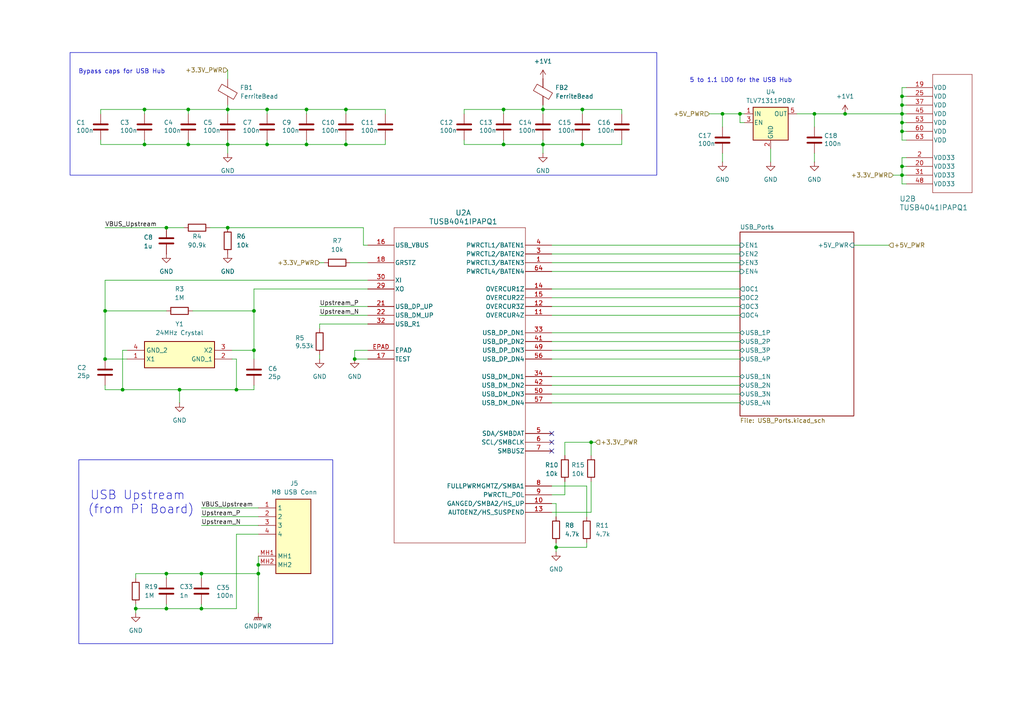
<source format=kicad_sch>
(kicad_sch (version 20231120) (generator "eeschema") (generator_version "8.0")
  (paper "A4")
  (lib_symbols
    (symbol "3-2172091-2:3-2172091-2"
      (property "Reference" "J" (at 21.59 12.7 0))
      (property "Value" "3-2172091-2" (at 21.59 10.16 0))
      (symbol "3-2172091-2_1_1"
        (rectangle (start 5.08 7.62) (end 15.24 -13.97) (stroke (width 0.254)) (fill (type background)))
        (pin passive line (at 0 5.08 0) (length 5.08) (name "1") (number "1"))
        (pin passive line (at 0 2.54 0) (length 5.08) (name "2") (number "2"))
        (pin passive line (at 0 0 0) (length 5.08) (name "3") (number "3"))
        (pin passive line (at 0 -2.54 0) (length 5.08) (name "4") (number "4"))
        (pin passive line (at 0 -8.89 0) (length 5.08) (name "MH1") (number "MH1"))
        (pin passive line (at 0 -11.43 0) (length 5.08) (name "MH2") (number "MH2"))
      )
    )
    (symbol "ABM8AIG-24.000MHZ-12-2Z-T3:ABM8AIG-24.000MHZ-12-2Z-T3"
      (property "Reference" "Y" (at 26.67 7.62 0))
      (property "Value" "ABM8AIG-24.000MHZ-12-2Z-T3" (at 26.67 5.08 0))
      (symbol "ABM8AIG-24.000MHZ-12-2Z-T3_1_1"
        (rectangle (start 5.08 2.54) (end 25.4 -5.08) (stroke (width 0.254)) (fill (type background)))
        (pin passive line (at 0 -2.54 0) (length 5.08) (name "X1") (number "1"))
        (pin passive line (at 30.48 -2.54 180) (length 5.08) (name "GND_1") (number "2"))
        (pin passive line (at 30.48 0 180) (length 5.08) (name "X2") (number "3"))
        (pin passive line (at 0 0 0) (length 5.08) (name "GND_2") (number "4"))
      )
    )
    (symbol "Device:C" (pin_numbers hide) (pin_names (offset 0.254))
      (property "Reference" "C" (at 0.635 2.54 0))
      (property "Value" "C" (at 0.635 -2.54 0))
      (symbol "C_0_1"
        (polyline (pts (xy -2.032 -0.762) (xy 2.032 -0.762)) (stroke (width 0.508)))
        (polyline (pts (xy -2.032 0.762) (xy 2.032 0.762)) (stroke (width 0.508)))
      )
      (symbol "C_1_1"
        (pin passive line (at 0 3.81 270) (length 2.794) (name "~") (number "1"))
        (pin passive line (at 0 -3.81 90) (length 2.794) (name "~") (number "2"))
      )
    )
    (symbol "Device:FerriteBead" (pin_numbers hide) (pin_names (offset 0))
      (property "Reference" "FB" (at -3.81 0.635 90))
      (property "Value" "FerriteBead" (at 3.81 0 90))
      (symbol "FerriteBead_0_1"
        (polyline (pts (xy 0 -1.27) (xy 0 -1.2192)))
        (polyline (pts (xy 0 1.27) (xy 0 1.2954)))
        (polyline (pts (xy -2.7686 0.4064) (xy -1.7018 2.2606) (xy 2.7686 -0.3048) (xy 1.6764 -2.159) (xy -2.7686 0.4064)))
      )
      (symbol "FerriteBead_1_1"
        (pin passive line (at 0 3.81 270) (length 2.54) (name "~") (number "1"))
        (pin passive line (at 0 -3.81 90) (length 2.54) (name "~") (number "2"))
      )
    )
    (symbol "Device:R" (pin_numbers hide) (pin_names (offset 0))
      (property "Reference" "R" (at 2.032 0 90))
      (property "Value" "R" (at 0 0 90))
      (symbol "R_0_1"
        (rectangle (start -1.016 -2.54) (end 1.016 2.54) (stroke (width 0.254)))
      )
      (symbol "R_1_1"
        (pin passive line (at 0 3.81 270) (length 1.27) (name "~") (number "1"))
        (pin passive line (at 0 -3.81 90) (length 1.27) (name "~") (number "2"))
      )
    )
    (symbol "GND_3" (power) (pin_numbers hide) (pin_names (offset 0) hide)
      (property "Value" "GND" (at 0 -3.81 0))
      (symbol "GND_3_0_1"
        (polyline (pts (xy 0 0) (xy 0 -1.27) (xy 1.27 -1.27) (xy 0 -2.54) (xy -1.27 -1.27) (xy 0 -1.27)))
      )
      (symbol "GND_3_1_1"
        (pin power_in line (at 0 0 270) (length 0) (name "~") (number "1"))
      )
    )
    (symbol "GND_4" (power) (pin_numbers hide) (pin_names (offset 0) hide)
      (property "Value" "GND" (at 0 -3.81 0))
      (symbol "GND_4_0_1"
        (polyline (pts (xy 0 0) (xy 0 -1.27) (xy 1.27 -1.27) (xy 0 -2.54) (xy -1.27 -1.27) (xy 0 -1.27)))
      )
      (symbol "GND_4_1_1"
        (pin power_in line (at 0 0 270) (length 0) (name "~") (number "1"))
      )
    )
    (symbol "Regulator_Linear:TLV71311PDBV" (pin_names (offset 0.254))
      (property "Reference" "U" (at -3.81 5.715 0))
      (property "Value" "TLV71311PDBV" (at 0 5.715 0))
      (symbol "TLV71311PDBV_0_1"
        (rectangle (start -5.08 4.445) (end 5.08 -5.08) (stroke (width 0.254)) (fill (type background)))
      )
      (symbol "TLV71311PDBV_1_1"
        (pin power_in line (at -7.62 2.54 0) (length 2.54) (name "IN") (number "1"))
        (pin power_in line (at 0 -7.62 90) (length 2.54) (name "GND") (number "2"))
        (pin input line (at -7.62 0 0) (length 2.54) (name "EN") (number "3"))
        (pin no_connect line (at 5.08 0 180) (length 2.54) hide (name "NC") (number "4"))
        (pin power_out line (at 7.62 2.54 180) (length 2.54) (name "OUT") (number "5"))
      )
    )
    (symbol "TUSB4041I-Q1:TUSB4041IPAPQ1" (pin_names (offset 0.254))
      (property "Reference" "U" (at 13.97 9.906 0))
      (property "Value" "TUSB4041IPAPQ1" (at 13.97 7.366 0))
      (symbol "TUSB4041IPAPQ1_1_1"
        (polyline (pts (xy 7.62 -83.82) (xy 45.72 -83.82)) (stroke (width 0.127)))
        (polyline (pts (xy 7.62 7.62) (xy 7.62 -83.82)) (stroke (width 0.127)))
        (polyline (pts (xy 45.72 -83.82) (xy 45.72 7.62)) (stroke (width 0.127)))
        (polyline (pts (xy 45.72 7.62) (xy 7.62 7.62)) (stroke (width 0.127)))
        (pin bidirectional line (at 53.34 -2.54 180) (length 7.62) (name "PWRCTL3/BATEN3") (number "1"))
        (pin bidirectional line (at 53.34 -72.39 180) (length 7.62) (name "GANGED/SMBA2/HS_UP") (number "10"))
        (pin bidirectional line (at 53.34 -17.78 180) (length 7.62) (name "OVERCUR4Z") (number "11"))
        (pin bidirectional line (at 53.34 -15.24 180) (length 7.62) (name "OVERCUR3Z") (number "12"))
        (pin bidirectional line (at 53.34 -74.93 180) (length 7.62) (name "AUTOENZ/HS_SUSPEND") (number "13"))
        (pin bidirectional line (at 53.34 -10.16 180) (length 7.62) (name "OVERCUR1Z") (number "14"))
        (pin bidirectional line (at 53.34 -12.7 180) (length 7.62) (name "OVERCUR2Z") (number "15"))
        (pin input line (at 0 2.54 0) (length 7.62) (name "USB_VBUS") (number "16"))
        (pin input line (at 0 -30.48 0) (length 7.62) (name "TEST") (number "17"))
        (pin input line (at 0 -2.54 0) (length 7.62) (name "GRSTZ") (number "18"))
        (pin bidirectional line (at 0 -15.24 0) (length 7.62) (name "USB_DP_UP") (number "21"))
        (pin bidirectional line (at 0 -17.78 0) (length 7.62) (name "USB_DM_UP") (number "22"))
        (pin no_connect line (at 0 -33.02 0) (length 7.62) hide (name "RSVD") (number "23"))
        (pin no_connect line (at 0 -35.56 0) (length 7.62) hide (name "RSVD") (number "24"))
        (pin no_connect line (at 0 -38.1 0) (length 7.62) hide (name "RSVD") (number "26"))
        (pin no_connect line (at 0 -40.64 0) (length 7.62) hide (name "RSVD") (number "27"))
        (pin output line (at 0 -10.16 0) (length 7.62) (name "XO") (number "29"))
        (pin bidirectional line (at 53.34 0 180) (length 7.62) (name "PWRCTL2/BATEN2") (number "3"))
        (pin input line (at 0 -7.62 0) (length 7.62) (name "XI") (number "30"))
        (pin input line (at 0 -20.32 0) (length 7.62) (name "USB_R1") (number "32"))
        (pin bidirectional line (at 53.34 -22.86 180) (length 7.62) (name "USB_DP_DN1") (number "33"))
        (pin bidirectional line (at 53.34 -35.56 180) (length 7.62) (name "USB_DM_DN1") (number "34"))
        (pin no_connect line (at 0 -43.18 0) (length 7.62) hide (name "RSVD") (number "35"))
        (pin no_connect line (at 0 -45.72 0) (length 7.62) hide (name "RSVD") (number "36"))
        (pin no_connect line (at 0 -48.26 0) (length 7.62) hide (name "RSVD") (number "38"))
        (pin no_connect line (at 0 -50.8 0) (length 7.62) hide (name "RSVD") (number "39"))
        (pin bidirectional line (at 53.34 2.54 180) (length 7.62) (name "PWRCTL1/BATEN1") (number "4"))
        (pin bidirectional line (at 53.34 -25.4 180) (length 7.62) (name "USB_DP_DN2") (number "41"))
        (pin bidirectional line (at 53.34 -38.1 180) (length 7.62) (name "USB_DM_DN2") (number "42"))
        (pin no_connect line (at 0 -53.34 0) (length 7.62) hide (name "RSVD") (number "43"))
        (pin no_connect line (at 0 -55.88 0) (length 7.62) hide (name "RSVD") (number "44"))
        (pin no_connect line (at 0 -58.42 0) (length 7.62) hide (name "RSVD") (number "46"))
        (pin no_connect line (at 0 -60.96 0) (length 7.62) hide (name "RSVD") (number "47"))
        (pin bidirectional line (at 53.34 -27.94 180) (length 7.62) (name "USB_DP_DN3") (number "49"))
        (pin bidirectional line (at 53.34 -52.07 180) (length 7.62) (name "SDA/SMBDAT") (number "5"))
        (pin bidirectional line (at 53.34 -40.64 180) (length 7.62) (name "USB_DM_DN3") (number "50"))
        (pin no_connect line (at 0 -63.5 0) (length 7.62) hide (name "RSVD") (number "51"))
        (pin no_connect line (at 0 -66.04 0) (length 7.62) hide (name "RSVD") (number "52"))
        (pin no_connect line (at 0 -68.58 0) (length 7.62) hide (name "RSVD") (number "54"))
        (pin no_connect line (at 0 -71.12 0) (length 7.62) hide (name "RSVD") (number "55"))
        (pin bidirectional line (at 53.34 -30.48 180) (length 7.62) (name "USB_DP_DN4") (number "56"))
        (pin bidirectional line (at 53.34 -43.18 180) (length 7.62) (name "USB_DM_DN4") (number "57"))
        (pin no_connect line (at 0 -73.66 0) (length 7.62) hide (name "RSVD") (number "58"))
        (pin no_connect line (at 0 -76.2 0) (length 7.62) hide (name "RSVD") (number "59"))
        (pin bidirectional line (at 53.34 -54.61 180) (length 7.62) (name "SCL/SMBCLK") (number "6"))
        (pin no_connect line (at 0 -78.74 0) (length 7.62) hide (name "RSVD") (number "61"))
        (pin no_connect line (at 0 -81.28 0) (length 7.62) hide (name "RSVD") (number "62"))
        (pin bidirectional line (at 53.34 -5.08 180) (length 7.62) (name "PWRCTL4/BATEN4") (number "64"))
        (pin bidirectional line (at 53.34 -57.15 180) (length 7.62) (name "SMBUSZ") (number "7"))
        (pin bidirectional line (at 53.34 -67.31 180) (length 7.62) (name "FULLPWRMGMTZ/SMBA1") (number "8"))
        (pin bidirectional line (at 53.34 -69.85 180) (length 7.62) (name "PWRCTL_POL") (number "9"))
        (pin power_in line (at 0 -27.94 0) (length 7.62) (name "EPAD") (number "EPAD"))
      )
      (symbol "TUSB4041IPAPQ1_2_1"
        (polyline (pts (xy 7.62 -35.56) (xy 19.05 -35.56)) (stroke (width 0.127)))
        (polyline (pts (xy 7.62 -1.27) (xy 7.62 -35.56)) (stroke (width 0.127)))
        (polyline (pts (xy 19.05 -35.56) (xy 19.05 -1.27)) (stroke (width 0.127)))
        (polyline (pts (xy 19.05 -1.27) (xy 7.62 -1.27)) (stroke (width 0.127)))
        (pin power_in line (at 0 -5.08 0) (length 7.62) (name "VDD") (number "19"))
        (pin power_in line (at 0 -25.4 0) (length 7.62) (name "VDD33") (number "2"))
        (pin power_in line (at 0 -27.94 0) (length 7.62) (name "VDD33") (number "20"))
        (pin power_in line (at 0 -7.62 0) (length 7.62) (name "VDD") (number "25"))
        (pin no_connect line (at 26.67 -16.51 180) (length 7.62) hide (name "NC") (number "28"))
        (pin power_in line (at 0 -30.48 0) (length 7.62) (name "VDD33") (number "31"))
        (pin power_in line (at 0 -10.16 0) (length 7.62) (name "VDD") (number "37"))
        (pin no_connect line (at 26.67 -13.97 180) (length 7.62) hide (name "NC") (number "40"))
        (pin power_in line (at 0 -12.7 0) (length 7.62) (name "VDD") (number "45"))
        (pin power_in line (at 0 -33.02 0) (length 7.62) (name "VDD33") (number "48"))
        (pin power_in line (at 0 -15.24 0) (length 7.62) (name "VDD") (number "53"))
        (pin power_in line (at 0 -17.78 0) (length 7.62) (name "VDD") (number "60"))
        (pin power_in line (at 0 -20.32 0) (length 7.62) (name "VDD") (number "63"))
      )
    )
    (symbol "TUSB4041IPAPQ1_1" (pin_names (offset 0.254))
      (property "Reference" "U" (at 13.97 9.906 0))
      (property "Value" "TUSB4041IPAPQ1" (at 13.97 7.366 0))
      (symbol "TUSB4041IPAPQ1_1_1_1"
        (polyline (pts (xy 7.62 -83.82) (xy 45.72 -83.82)) (stroke (width 0.127)))
        (polyline (pts (xy 7.62 7.62) (xy 7.62 -83.82)) (stroke (width 0.127)))
        (polyline (pts (xy 45.72 -83.82) (xy 45.72 7.62)) (stroke (width 0.127)))
        (polyline (pts (xy 45.72 7.62) (xy 7.62 7.62)) (stroke (width 0.127)))
        (pin bidirectional line (at 53.34 -2.54 180) (length 7.62) (name "PWRCTL3/BATEN3") (number "1"))
        (pin bidirectional line (at 53.34 -72.39 180) (length 7.62) (name "GANGED/SMBA2/HS_UP") (number "10"))
        (pin bidirectional line (at 53.34 -17.78 180) (length 7.62) (name "OVERCUR4Z") (number "11"))
        (pin bidirectional line (at 53.34 -15.24 180) (length 7.62) (name "OVERCUR3Z") (number "12"))
        (pin bidirectional line (at 53.34 -74.93 180) (length 7.62) (name "AUTOENZ/HS_SUSPEND") (number "13"))
        (pin bidirectional line (at 53.34 -10.16 180) (length 7.62) (name "OVERCUR1Z") (number "14"))
        (pin bidirectional line (at 53.34 -12.7 180) (length 7.62) (name "OVERCUR2Z") (number "15"))
        (pin input line (at 0 2.54 0) (length 7.62) (name "USB_VBUS") (number "16"))
        (pin input line (at 0 -30.48 0) (length 7.62) (name "TEST") (number "17"))
        (pin input line (at 0 -2.54 0) (length 7.62) (name "GRSTZ") (number "18"))
        (pin bidirectional line (at 0 -15.24 0) (length 7.62) (name "USB_DP_UP") (number "21"))
        (pin bidirectional line (at 0 -17.78 0) (length 7.62) (name "USB_DM_UP") (number "22"))
        (pin no_connect line (at 0 -33.02 0) (length 7.62) hide (name "RSVD") (number "23"))
        (pin no_connect line (at 0 -35.56 0) (length 7.62) hide (name "RSVD") (number "24"))
        (pin no_connect line (at 0 -38.1 0) (length 7.62) hide (name "RSVD") (number "26"))
        (pin no_connect line (at 0 -40.64 0) (length 7.62) hide (name "RSVD") (number "27"))
        (pin output line (at 0 -10.16 0) (length 7.62) (name "XO") (number "29"))
        (pin bidirectional line (at 53.34 0 180) (length 7.62) (name "PWRCTL2/BATEN2") (number "3"))
        (pin input line (at 0 -7.62 0) (length 7.62) (name "XI") (number "30"))
        (pin input line (at 0 -20.32 0) (length 7.62) (name "USB_R1") (number "32"))
        (pin bidirectional line (at 53.34 -22.86 180) (length 7.62) (name "USB_DP_DN1") (number "33"))
        (pin bidirectional line (at 53.34 -35.56 180) (length 7.62) (name "USB_DM_DN1") (number "34"))
        (pin no_connect line (at 0 -43.18 0) (length 7.62) hide (name "RSVD") (number "35"))
        (pin no_connect line (at 0 -45.72 0) (length 7.62) hide (name "RSVD") (number "36"))
        (pin no_connect line (at 0 -48.26 0) (length 7.62) hide (name "RSVD") (number "38"))
        (pin no_connect line (at 0 -50.8 0) (length 7.62) hide (name "RSVD") (number "39"))
        (pin bidirectional line (at 53.34 2.54 180) (length 7.62) (name "PWRCTL1/BATEN1") (number "4"))
        (pin bidirectional line (at 53.34 -25.4 180) (length 7.62) (name "USB_DP_DN2") (number "41"))
        (pin bidirectional line (at 53.34 -38.1 180) (length 7.62) (name "USB_DM_DN2") (number "42"))
        (pin no_connect line (at 0 -53.34 0) (length 7.62) hide (name "RSVD") (number "43"))
        (pin no_connect line (at 0 -55.88 0) (length 7.62) hide (name "RSVD") (number "44"))
        (pin no_connect line (at 0 -58.42 0) (length 7.62) hide (name "RSVD") (number "46"))
        (pin no_connect line (at 0 -60.96 0) (length 7.62) hide (name "RSVD") (number "47"))
        (pin bidirectional line (at 53.34 -27.94 180) (length 7.62) (name "USB_DP_DN3") (number "49"))
        (pin bidirectional line (at 53.34 -52.07 180) (length 7.62) (name "SDA/SMBDAT") (number "5"))
        (pin bidirectional line (at 53.34 -40.64 180) (length 7.62) (name "USB_DM_DN3") (number "50"))
        (pin no_connect line (at 0 -63.5 0) (length 7.62) hide (name "RSVD") (number "51"))
        (pin no_connect line (at 0 -66.04 0) (length 7.62) hide (name "RSVD") (number "52"))
        (pin no_connect line (at 0 -68.58 0) (length 7.62) hide (name "RSVD") (number "54"))
        (pin no_connect line (at 0 -71.12 0) (length 7.62) hide (name "RSVD") (number "55"))
        (pin bidirectional line (at 53.34 -30.48 180) (length 7.62) (name "USB_DP_DN4") (number "56"))
        (pin bidirectional line (at 53.34 -43.18 180) (length 7.62) (name "USB_DM_DN4") (number "57"))
        (pin no_connect line (at 0 -73.66 0) (length 7.62) hide (name "RSVD") (number "58"))
        (pin no_connect line (at 0 -76.2 0) (length 7.62) hide (name "RSVD") (number "59"))
        (pin bidirectional line (at 53.34 -54.61 180) (length 7.62) (name "SCL/SMBCLK") (number "6"))
        (pin no_connect line (at 0 -78.74 0) (length 7.62) hide (name "RSVD") (number "61"))
        (pin no_connect line (at 0 -81.28 0) (length 7.62) hide (name "RSVD") (number "62"))
        (pin bidirectional line (at 53.34 -5.08 180) (length 7.62) (name "PWRCTL4/BATEN4") (number "64"))
        (pin bidirectional line (at 53.34 -57.15 180) (length 7.62) (name "SMBUSZ") (number "7"))
        (pin bidirectional line (at 53.34 -67.31 180) (length 7.62) (name "FULLPWRMGMTZ/SMBA1") (number "8"))
        (pin bidirectional line (at 53.34 -69.85 180) (length 7.62) (name "PWRCTL_POL") (number "9"))
        (pin power_in line (at 0 -27.94 0) (length 7.62) (name "EPAD") (number "EPAD"))
      )
      (symbol "TUSB4041IPAPQ1_1_2_1"
        (polyline (pts (xy 7.62 -35.56) (xy 19.05 -35.56)) (stroke (width 0.127)))
        (polyline (pts (xy 7.62 -1.27) (xy 7.62 -35.56)) (stroke (width 0.127)))
        (polyline (pts (xy 19.05 -35.56) (xy 19.05 -1.27)) (stroke (width 0.127)))
        (polyline (pts (xy 19.05 -1.27) (xy 7.62 -1.27)) (stroke (width 0.127)))
        (pin power_in line (at 0 -5.08 0) (length 7.62) (name "VDD") (number "19"))
        (pin power_in line (at 0 -25.4 0) (length 7.62) (name "VDD33") (number "2"))
        (pin power_in line (at 0 -27.94 0) (length 7.62) (name "VDD33") (number "20"))
        (pin power_in line (at 0 -7.62 0) (length 7.62) (name "VDD") (number "25"))
        (pin no_connect line (at 26.67 -16.51 180) (length 7.62) hide (name "NC") (number "28"))
        (pin power_in line (at 0 -30.48 0) (length 7.62) (name "VDD33") (number "31"))
        (pin power_in line (at 0 -10.16 0) (length 7.62) (name "VDD") (number "37"))
        (pin no_connect line (at 26.67 -13.97 180) (length 7.62) hide (name "NC") (number "40"))
        (pin power_in line (at 0 -12.7 0) (length 7.62) (name "VDD") (number "45"))
        (pin power_in line (at 0 -33.02 0) (length 7.62) (name "VDD33") (number "48"))
        (pin power_in line (at 0 -15.24 0) (length 7.62) (name "VDD") (number "53"))
        (pin power_in line (at 0 -17.78 0) (length 7.62) (name "VDD") (number "60"))
        (pin power_in line (at 0 -20.32 0) (length 7.62) (name "VDD") (number "63"))
      )
    )
    (symbol "power:+1V1" (power) (pin_numbers hide) (pin_names (offset 0) hide)
      (property "Value" "+1V1" (at 0 3.556 0))
      (symbol "+1V1_0_1"
        (polyline (pts (xy -0.762 1.27) (xy 0 2.54)))
        (polyline (pts (xy 0 0) (xy 0 2.54)))
        (polyline (pts (xy 0 2.54) (xy 0.762 1.27)))
      )
      (symbol "+1V1_1_1"
        (pin power_in line (at 0 0 90) (length 0) (name "~") (number "1"))
      )
    )
    (symbol "power:GND" (power) (pin_numbers hide) (pin_names (offset 0) hide)
      (property "Value" "GND" (at 0 -3.81 0))
      (symbol "GND_0_1"
        (polyline (pts (xy 0 0) (xy 0 -1.27) (xy 1.27 -1.27) (xy 0 -2.54) (xy -1.27 -1.27) (xy 0 -1.27)))
      )
      (symbol "GND_1_1"
        (pin power_in line (at 0 0 270) (length 0) (name "~") (number "1"))
      )
    )
    (symbol "power:GNDPWR" (power) (pin_numbers hide) (pin_names (offset 0) hide)
      (property "Value" "GNDPWR" (at 0 -3.302 0))
      (symbol "GNDPWR_0_1"
        (polyline (pts (xy 0 -1.27) (xy 0 0)))
        (polyline (pts (xy -1.016 -1.27) (xy -1.27 -2.032) (xy -1.27 -2.032)) (stroke (width 0.2032)))
        (polyline (pts (xy -0.508 -1.27) (xy -0.762 -2.032) (xy -0.762 -2.032)) (stroke (width 0.2032)))
        (polyline (pts (xy 0 -1.27) (xy -0.254 -2.032) (xy -0.254 -2.032)) (stroke (width 0.2032)))
        (polyline (pts (xy 0.508 -1.27) (xy 0.254 -2.032) (xy 0.254 -2.032)) (stroke (width 0.2032)))
        (polyline (pts (xy 1.016 -1.27) (xy -1.016 -1.27) (xy -1.016 -1.27)) (stroke (width 0.2032)))
        (polyline (pts (xy 1.016 -1.27) (xy 0.762 -2.032) (xy 0.762 -2.032) (xy 0.762 -2.032)) (stroke (width 0.2032)))
      )
      (symbol "GNDPWR_1_1"
        (pin power_in line (at 0 0 270) (length 0) (name "~") (number "1"))
      )
    )
  )
  (junction (at 88.9 31.75))
  (junction (at 74.93 166.37))
  (junction (at 48.26 166.37))
  (junction (at 168.91 41.91))
  (junction (at 261.62 30.48))
  (junction (at 168.91 31.75))
  (junction (at 54.61 31.75))
  (junction (at 52.07 113.03))
  (junction (at 146.05 31.75))
  (junction (at 58.42 176.53))
  (junction (at 146.05 41.91))
  (junction (at 245.11 33.02))
  (junction (at 66.04 31.75))
  (junction (at 261.62 35.56))
  (junction (at 30.48 104.14))
  (junction (at 157.48 41.91))
  (junction (at 157.48 31.75))
  (junction (at 66.04 41.91))
  (junction (at 100.33 41.91))
  (junction (at 236.22 33.02))
  (junction (at 73.66 101.6))
  (junction (at 77.47 31.75))
  (junction (at 77.47 41.91))
  (junction (at 30.48 90.17))
  (junction (at 73.66 90.17))
  (junction (at 58.42 166.37))
  (junction (at 261.62 48.26))
  (junction (at 261.62 27.94))
  (junction (at 261.62 33.02))
  (junction (at 41.91 31.75))
  (junction (at 54.61 41.91))
  (junction (at 39.37 176.53))
  (junction (at 66.04 66.04))
  (junction (at 74.93 163.83))
  (junction (at 261.62 38.1))
  (junction (at 41.91 41.91))
  (junction (at 48.26 66.04))
  (junction (at 35.56 113.03))
  (junction (at 214.63 33.02))
  (junction (at 102.87 104.14))
  (junction (at 68.58 113.03))
  (junction (at 171.45 128.27))
  (junction (at 100.33 31.75))
  (junction (at 161.29 158.75))
  (junction (at 88.9 41.91))
  (junction (at 209.55 33.02))
  (junction (at 261.62 50.8))
  (junction (at 48.26 176.53))
  (no_connect (at 160.02 125.73))
  (no_connect (at 160.02 128.27))
  (no_connect (at 160.02 130.81))
  (wire (pts (xy 170.18 140.97) (xy 170.18 149.86)))
  (wire (pts (xy 160.02 88.9) (xy 214.63 88.9)))
  (wire (pts (xy 161.29 157.48) (xy 161.29 158.75)))
  (wire (pts (xy 157.48 31.75) (xy 157.48 33.02)))
  (wire (pts (xy 73.66 83.82) (xy 106.68 83.82)))
  (wire (pts (xy 236.22 44.45) (xy 236.22 46.99)))
  (wire (pts (xy 161.29 146.05) (xy 160.02 146.05)))
  (wire (pts (xy 92.71 93.98) (xy 92.71 95.25)))
  (wire (pts (xy 157.48 41.91) (xy 157.48 44.45)))
  (wire (pts (xy 262.89 45.72) (xy 261.62 45.72)))
  (wire (pts (xy 30.48 113.03) (xy 35.56 113.03)))
  (wire (pts (xy 30.48 66.04) (xy 48.26 66.04)))
  (wire (pts (xy 134.62 31.75) (xy 146.05 31.75)))
  (wire (pts (xy 111.76 31.75) (xy 100.33 31.75)))
  (wire (pts (xy 92.71 91.44) (xy 106.68 91.44)))
  (wire (pts (xy 29.21 31.75) (xy 41.91 31.75)))
  (wire (pts (xy 262.89 38.1) (xy 261.62 38.1)))
  (wire (pts (xy 261.62 48.26) (xy 261.62 50.8)))
  (wire (pts (xy 30.48 81.28) (xy 106.68 81.28)))
  (wire (pts (xy 54.61 31.75) (xy 66.04 31.75)))
  (wire (pts (xy 48.26 175.26) (xy 48.26 176.53)))
  (wire (pts (xy 171.45 132.08) (xy 171.45 128.27)))
  (wire (pts (xy 88.9 41.91) (xy 100.33 41.91)))
  (wire (pts (xy 160.02 71.12) (xy 214.63 71.12)))
  (wire (pts (xy 58.42 149.86) (xy 74.93 149.86)))
  (wire (pts (xy 54.61 40.64) (xy 54.61 41.91)))
  (wire (pts (xy 146.05 31.75) (xy 157.48 31.75)))
  (wire (pts (xy 214.63 35.56) (xy 214.63 33.02)))
  (wire (pts (xy 180.34 33.02) (xy 180.34 31.75)))
  (wire (pts (xy 36.83 104.14) (xy 30.48 104.14)))
  (wire (pts (xy 30.48 90.17) (xy 30.48 104.14)))
  (wire (pts (xy 168.91 40.64) (xy 168.91 41.91)))
  (wire (pts (xy 73.66 90.17) (xy 73.66 101.6)))
  (wire (pts (xy 68.58 113.03) (xy 73.66 113.03)))
  (wire (pts (xy 134.62 40.64) (xy 134.62 41.91)))
  (wire (pts (xy 160.02 76.2) (xy 214.63 76.2)))
  (wire (pts (xy 262.89 48.26) (xy 261.62 48.26)))
  (wire (pts (xy 101.6 76.2) (xy 106.68 76.2)))
  (wire (pts (xy 236.22 33.02) (xy 236.22 36.83)))
  (wire (pts (xy 39.37 176.53) (xy 48.26 176.53)))
  (wire (pts (xy 171.45 139.7) (xy 171.45 148.59)))
  (wire (pts (xy 223.52 43.18) (xy 223.52 46.99)))
  (wire (pts (xy 160.02 111.76) (xy 214.63 111.76)))
  (wire (pts (xy 60.96 66.04) (xy 66.04 66.04)))
  (wire (pts (xy 160.02 140.97) (xy 170.18 140.97)))
  (wire (pts (xy 262.89 40.64) (xy 261.62 40.64)))
  (wire (pts (xy 236.22 33.02) (xy 245.11 33.02)))
  (wire (pts (xy 160.02 91.44) (xy 214.63 91.44)))
  (wire (pts (xy 261.62 53.34) (xy 262.89 53.34)))
  (wire (pts (xy 100.33 31.75) (xy 88.9 31.75)))
  (wire (pts (xy 161.29 146.05) (xy 161.29 149.86)))
  (wire (pts (xy 77.47 41.91) (xy 88.9 41.91)))
  (wire (pts (xy 66.04 41.91) (xy 66.04 44.45)))
  (wire (pts (xy 231.14 33.02) (xy 236.22 33.02)))
  (wire (pts (xy 146.05 41.91) (xy 157.48 41.91)))
  (wire (pts (xy 66.04 33.02) (xy 66.04 31.75)))
  (wire (pts (xy 35.56 101.6) (xy 35.56 113.03)))
  (wire (pts (xy 160.02 109.22) (xy 214.63 109.22)))
  (wire (pts (xy 41.91 41.91) (xy 54.61 41.91)))
  (wire (pts (xy 180.34 41.91) (xy 180.34 40.64)))
  (wire (pts (xy 52.07 113.03) (xy 52.07 116.84)))
  (wire (pts (xy 88.9 31.75) (xy 88.9 33.02)))
  (wire (pts (xy 30.48 81.28) (xy 30.48 90.17)))
  (wire (pts (xy 66.04 30.48) (xy 66.04 31.75)))
  (wire (pts (xy 67.31 101.6) (xy 73.66 101.6)))
  (wire (pts (xy 68.58 154.94) (xy 68.58 176.53)))
  (wire (pts (xy 180.34 31.75) (xy 168.91 31.75)))
  (wire (pts (xy 66.04 66.04) (xy 105.41 66.04)))
  (wire (pts (xy 29.21 41.91) (xy 41.91 41.91)))
  (wire (pts (xy 66.04 20.32) (xy 66.04 22.86)))
  (wire (pts (xy 68.58 104.14) (xy 68.58 113.03)))
  (wire (pts (xy 161.29 158.75) (xy 161.29 160.02)))
  (wire (pts (xy 168.91 41.91) (xy 180.34 41.91)))
  (wire (pts (xy 245.11 33.02) (xy 261.62 33.02)))
  (wire (pts (xy 160.02 116.84) (xy 214.63 116.84)))
  (wire (pts (xy 92.71 102.87) (xy 92.71 104.14)))
  (wire (pts (xy 100.33 41.91) (xy 111.76 41.91)))
  (wire (pts (xy 262.89 35.56) (xy 261.62 35.56)))
  (wire (pts (xy 262.89 27.94) (xy 261.62 27.94)))
  (wire (pts (xy 92.71 93.98) (xy 106.68 93.98)))
  (wire (pts (xy 261.62 40.64) (xy 261.62 38.1)))
  (wire (pts (xy 39.37 176.53) (xy 39.37 177.8)))
  (wire (pts (xy 74.93 166.37) (xy 74.93 177.8)))
  (wire (pts (xy 36.83 101.6) (xy 35.56 101.6)))
  (wire (pts (xy 58.42 152.4) (xy 74.93 152.4)))
  (wire (pts (xy 160.02 114.3) (xy 214.63 114.3)))
  (wire (pts (xy 111.76 31.75) (xy 111.76 33.02)))
  (wire (pts (xy 73.66 83.82) (xy 73.66 90.17)))
  (wire (pts (xy 106.68 101.6) (xy 102.87 101.6)))
  (wire (pts (xy 160.02 148.59) (xy 171.45 148.59)))
  (wire (pts (xy 48.26 66.04) (xy 53.34 66.04)))
  (wire (pts (xy 157.48 30.48) (xy 157.48 31.75)))
  (wire (pts (xy 160.02 78.74) (xy 214.63 78.74)))
  (wire (pts (xy 261.62 33.02) (xy 262.89 33.02)))
  (wire (pts (xy 100.33 31.75) (xy 100.33 33.02)))
  (wire (pts (xy 58.42 175.26) (xy 58.42 176.53)))
  (wire (pts (xy 39.37 175.26) (xy 39.37 176.53)))
  (wire (pts (xy 30.48 113.03) (xy 30.48 111.76)))
  (wire (pts (xy 73.66 113.03) (xy 73.66 111.76)))
  (wire (pts (xy 160.02 73.66) (xy 214.63 73.66)))
  (wire (pts (xy 261.62 25.4) (xy 261.62 27.94)))
  (wire (pts (xy 102.87 101.6) (xy 102.87 104.14)))
  (wire (pts (xy 29.21 40.64) (xy 29.21 41.91)))
  (wire (pts (xy 102.87 104.14) (xy 106.68 104.14)))
  (wire (pts (xy 209.55 33.02) (xy 209.55 36.83)))
  (wire (pts (xy 41.91 40.64) (xy 41.91 41.91)))
  (wire (pts (xy 170.18 157.48) (xy 170.18 158.75)))
  (wire (pts (xy 67.31 104.14) (xy 68.58 104.14)))
  (wire (pts (xy 74.93 163.83) (xy 74.93 166.37)))
  (wire (pts (xy 161.29 158.75) (xy 170.18 158.75)))
  (wire (pts (xy 262.89 30.48) (xy 261.62 30.48)))
  (wire (pts (xy 172.72 128.27) (xy 171.45 128.27)))
  (wire (pts (xy 261.62 50.8) (xy 262.89 50.8)))
  (wire (pts (xy 209.55 44.45) (xy 209.55 46.99)))
  (wire (pts (xy 215.9 35.56) (xy 214.63 35.56)))
  (wire (pts (xy 54.61 33.02) (xy 54.61 31.75)))
  (wire (pts (xy 92.71 88.9) (xy 106.68 88.9)))
  (wire (pts (xy 247.65 71.12) (xy 257.81 71.12)))
  (wire (pts (xy 41.91 33.02) (xy 41.91 31.75)))
  (wire (pts (xy 77.47 31.75) (xy 88.9 31.75)))
  (wire (pts (xy 160.02 99.06) (xy 214.63 99.06)))
  (wire (pts (xy 39.37 166.37) (xy 48.26 166.37)))
  (wire (pts (xy 134.62 33.02) (xy 134.62 31.75)))
  (wire (pts (xy 259.08 50.8) (xy 261.62 50.8)))
  (wire (pts (xy 261.62 50.8) (xy 261.62 53.34)))
  (wire (pts (xy 48.26 166.37) (xy 48.26 167.64)))
  (wire (pts (xy 171.45 128.27) (xy 163.83 128.27)))
  (wire (pts (xy 134.62 41.91) (xy 146.05 41.91)))
  (wire (pts (xy 160.02 143.51) (xy 163.83 143.51)))
  (wire (pts (xy 160.02 86.36) (xy 214.63 86.36)))
  (wire (pts (xy 88.9 40.64) (xy 88.9 41.91)))
  (wire (pts (xy 74.93 161.29) (xy 74.93 163.83)))
  (wire (pts (xy 261.62 30.48) (xy 261.62 33.02)))
  (wire (pts (xy 66.04 40.64) (xy 66.04 41.91)))
  (wire (pts (xy 146.05 40.64) (xy 146.05 41.91)))
  (wire (pts (xy 54.61 41.91) (xy 66.04 41.91)))
  (wire (pts (xy 58.42 166.37) (xy 58.42 167.64)))
  (wire (pts (xy 168.91 31.75) (xy 168.91 33.02)))
  (wire (pts (xy 58.42 166.37) (xy 74.93 166.37)))
  (wire (pts (xy 66.04 41.91) (xy 77.47 41.91)))
  (wire (pts (xy 77.47 31.75) (xy 77.47 33.02)))
  (wire (pts (xy 41.91 31.75) (xy 54.61 31.75)))
  (wire (pts (xy 157.48 40.64) (xy 157.48 41.91)))
  (wire (pts (xy 73.66 101.6) (xy 73.66 104.14)))
  (wire (pts (xy 35.56 113.03) (xy 52.07 113.03)))
  (wire (pts (xy 262.89 25.4) (xy 261.62 25.4)))
  (wire (pts (xy 261.62 38.1) (xy 261.62 35.56)))
  (wire (pts (xy 105.41 71.12) (xy 106.68 71.12)))
  (wire (pts (xy 157.48 41.91) (xy 168.91 41.91)))
  (wire (pts (xy 209.55 33.02) (xy 214.63 33.02)))
  (wire (pts (xy 214.63 33.02) (xy 215.9 33.02)))
  (wire (pts (xy 77.47 40.64) (xy 77.47 41.91)))
  (wire (pts (xy 111.76 40.64) (xy 111.76 41.91)))
  (wire (pts (xy 29.21 33.02) (xy 29.21 31.75)))
  (wire (pts (xy 52.07 113.03) (xy 68.58 113.03)))
  (wire (pts (xy 160.02 96.52) (xy 214.63 96.52)))
  (wire (pts (xy 168.91 31.75) (xy 157.48 31.75)))
  (wire (pts (xy 261.62 35.56) (xy 261.62 33.02)))
  (wire (pts (xy 58.42 147.32) (xy 74.93 147.32)))
  (wire (pts (xy 163.83 143.51) (xy 163.83 139.7)))
  (wire (pts (xy 39.37 166.37) (xy 39.37 167.64)))
  (wire (pts (xy 48.26 166.37) (xy 58.42 166.37)))
  (wire (pts (xy 163.83 128.27) (xy 163.83 132.08)))
  (wire (pts (xy 68.58 154.94) (xy 74.93 154.94)))
  (wire (pts (xy 55.88 90.17) (xy 73.66 90.17)))
  (wire (pts (xy 160.02 83.82) (xy 214.63 83.82)))
  (wire (pts (xy 261.62 45.72) (xy 261.62 48.26)))
  (wire (pts (xy 30.48 90.17) (xy 48.26 90.17)))
  (wire (pts (xy 261.62 27.94) (xy 261.62 30.48)))
  (wire (pts (xy 92.71 76.2) (xy 93.98 76.2)))
  (wire (pts (xy 146.05 31.75) (xy 146.05 33.02)))
  (wire (pts (xy 205.74 33.02) (xy 209.55 33.02)))
  (wire (pts (xy 68.58 176.53) (xy 58.42 176.53)))
  (wire (pts (xy 100.33 40.64) (xy 100.33 41.91)))
  (wire (pts (xy 105.41 66.04) (xy 105.41 71.12)))
  (wire (pts (xy 160.02 104.14) (xy 214.63 104.14)))
  (wire (pts (xy 160.02 101.6) (xy 214.63 101.6)))
  (wire (pts (xy 66.04 31.75) (xy 77.47 31.75)))
  (wire (pts (xy 48.26 176.53) (xy 58.42 176.53)))
  (rectangle (start 22.86 133.35) (end 96.52 186.69))
  (rectangle (start 20.32 15.24) (end 190.5 50.8))
  (text "5 to 1.1 LDO for the USB Hub" (at 214.884 23.368 0) (effects (font (size 1.27 1.27))))
  (text "Bypass caps for USB Hub " (at 35.814 20.828 0) (effects (font (size 1.27 1.27))))
  (text "USB Upstream \n(from Pi Board)" (at 40.894 145.796 0) (effects (font (size 2.54 2.54))))
  (label "Upstream_N" (at 58.42 152.4 0))
  (label "Upstream_P" (at 92.71 88.9 0))
  (label "VBUS_Upstream" (at 30.48 66.04 0))
  (label "Upstream_N" (at 92.71 91.44 0))
  (label "Upstream_P" (at 58.42 149.86 0))
  (label "VBUS_Upstream" (at 58.42 147.32 0))
  (hierarchical_label "+3.3V_PWR" (shape input) (at 66.04 20.32 180))
  (hierarchical_label "+3.3V_PWR" (shape input) (at 172.72 128.27 0))
  (hierarchical_label "+3.3V_PWR" (shape input) (at 259.08 50.8 180))
  (hierarchical_label "+3.3V_PWR" (shape input) (at 92.71 76.2 180))
  (hierarchical_label "+5V_PWR" (shape input) (at 257.81 71.12 0))
  (hierarchical_label "+5V_PWR" (shape input) (at 205.74 33.02 180))
  (symbol (lib_id "Device:R") (at 171.45 135.89 0) (unit 1)
    (property "Reference" "R15" (at 167.64 134.874 0))
    (property "Value" "10k" (at 167.64 137.414 0))
    (property "Footprint" "Resistor_SMD:R_0805_2012Metric" (effects (hide yes)))
    (property "Datasheet" "https://www.vishay.com/docs/28773/crcwce3.pdf" (effects (hide yes)))
    (property "Description" "Resistor 10k 1%" (effects (hide yes)))
    (property "P/N" "CRCW080510K0FKEAC" (effects (hide yes)))
  )
  (symbol (lib_id "Device:FerriteBead") (at 66.04 26.67 0) (unit 1)
    (property "Reference" "FB1" (at 69.596 25.4 0) (effects (justify left)))
    (property "Value" "FerriteBead" (at 75.184 27.94 0))
    (property "Footprint" "Inductor_SMD:L_1206_3216Metric" (effects (hide yes)))
    (property "Datasheet" "https://www.mouser.com/datasheet/2/418/9/ENG_DS_1773178_3_A1-3474112.pdf" (effects (hide yes)))
    (property "Description" "Ferrite bead 220Ω 100MHz" (effects (hide yes)))
    (property "P/N" " BMC-Q2CY0220H " (effects (hide yes)))
  )
  (symbol (lib_name "GND_4") (lib_id "power:GND") (at 92.71 104.14 0) (unit 1)
    (property "Reference" "#PWR06" (effects (hide yes)))
    (property "Value" "GND" (at 92.71 109.22 0))
    (property "Description" "Power symbol creates a global label with name \"GND\" , ground" (effects (hide yes)))
  )
  (symbol (lib_id "power:GND") (at 39.37 177.8 0) (unit 1)
    (property "Reference" "#PWR032" (effects (hide yes)))
    (property "Value" "GND" (at 39.37 182.88 0))
    (property "Description" "Power symbol creates a global label with name \"GND\" , ground" (effects (hide yes)))
  )
  (symbol (lib_id "Device:C") (at 66.04 36.83 0) (unit 1)
    (property "Reference" "C5" (at 58.928 35.5346 0) (effects (justify left)))
    (property "Value" "100n" (at 58.928 37.846 0) (effects (justify left)))
    (property "Footprint" "Capacitor_SMD:C_0805_2012Metric" (effects (hide yes)))
    (property "Datasheet" "https://www.mouser.com/datasheet/2/447/KEM_C1002_X7R_SMD-3316098.pdf" (effects (hide yes)))
    (property "Description" "Capacitor 0.1u 20%" (effects (hide yes)))
    (property "P/N" "C0805C104M5RACTU" (effects (hide yes)))
  )
  (symbol (lib_id "Device:R") (at 92.71 99.06 0) (unit 1)
    (property "Reference" "R5" (at 85.598 98.044 0) (effects (justify left)))
    (property "Value" "9.53k" (at 85.598 100.33 0) (effects (justify left)))
    (property "Footprint" "Resistor_SMD:R_0805_2012Metric" (effects (hide yes)))
    (property "Datasheet" "https://www.mouser.com/datasheet/2/447/YAGEO_PYu_RC_Group_51_RoHS_L_12-3313492.pdf" (effects (hide yes)))
    (property "Description" "Resistor 9.53k 1%" (effects (hide yes)))
    (property "P/N" "RC0805FR-079K53L" (effects (hide yes)))
  )
  (symbol (lib_id "Device:C") (at 54.61 36.83 0) (unit 1)
    (property "Reference" "C4" (at 47.498 35.5346 0) (effects (justify left)))
    (property "Value" "100n" (at 47.498 37.846 0) (effects (justify left)))
    (property "Footprint" "Capacitor_SMD:C_0805_2012Metric" (effects (hide yes)))
    (property "Datasheet" "https://www.mouser.com/datasheet/2/447/KEM_C1002_X7R_SMD-3316098.pdf" (effects (hide yes)))
    (property "Description" "Capacitor 0.1u 20%" (effects (hide yes)))
    (property "P/N" "C0805C104M5RACTU" (effects (hide yes)))
  )
  (symbol (lib_id "Device:C") (at 134.62 36.83 0) (unit 1)
    (property "Reference" "C12" (at 127.508 35.5346 0) (effects (justify left)))
    (property "Value" "100n" (at 127.508 37.846 0) (effects (justify left)))
    (property "Footprint" "Capacitor_SMD:C_0805_2012Metric" (effects (hide yes)))
    (property "Datasheet" "https://www.mouser.com/datasheet/2/447/KEM_C1002_X7R_SMD-3316098.pdf" (effects (hide yes)))
    (property "Description" "Capacitor 0.1u 20%" (effects (hide yes)))
    (property "P/N" "C0805C104M5RACTU" (effects (hide yes)))
  )
  (symbol (lib_id "Device:C") (at 58.42 171.45 0) (unit 1)
    (property "Reference" "C35" (at 62.738 170.434 0) (effects (justify left)))
    (property "Value" "100n" (at 62.738 172.7454 0) (effects (justify left)))
    (property "Footprint" "Capacitor_SMD:C_0805_2012Metric" (effects (hide yes)))
    (property "Datasheet" "https://www.mouser.com/datasheet/2/447/KEM_C1002_X7R_SMD-3316098.pdf" (effects (hide yes)))
    (property "Description" "Capacitor 0.1u 20%" (effects (hide yes)))
    (property "P/N" "C0805C104M5RACTU" (effects (hide yes)))
  )
  (symbol (lib_id "Device:C") (at 88.9 36.83 0) (unit 1)
    (property "Reference" "C9" (at 81.788 35.5346 0) (effects (justify left)))
    (property "Value" "100n" (at 81.788 37.846 0) (effects (justify left)))
    (property "Footprint" "Capacitor_SMD:C_0805_2012Metric" (effects (hide yes)))
    (property "Datasheet" "https://www.mouser.com/datasheet/2/447/KEM_C1002_X7R_SMD-3316098.pdf" (effects (hide yes)))
    (property "Description" "Capacitor 0.1u 20%" (effects (hide yes)))
    (property "P/N" "C0805C104M5RACTU" (effects (hide yes)))
  )
  (symbol (lib_id "Device:C") (at 180.34 36.83 0) (unit 1)
    (property "Reference" "C16" (at 173.228 35.5346 0) (effects (justify left)))
    (property "Value" "100n" (at 173.228 37.846 0) (effects (justify left)))
    (property "Footprint" "Capacitor_SMD:C_0805_2012Metric" (effects (hide yes)))
    (property "Datasheet" "https://www.mouser.com/datasheet/2/447/KEM_C1002_X7R_SMD-3316098.pdf" (effects (hide yes)))
    (property "Description" "Capacitor 0.1u 20%" (effects (hide yes)))
    (property "P/N" "C0805C104M5RACTU" (effects (hide yes)))
  )
  (symbol (lib_name "GND_4") (lib_id "power:GND") (at 161.29 160.02 0) (unit 1)
    (property "Reference" "#PWR013" (effects (hide yes)))
    (property "Value" "GND" (at 161.29 165.1 0))
    (property "Description" "Power symbol creates a global label with name \"GND\" , ground" (effects (hide yes)))
  )
  (symbol (lib_name "GND_4") (lib_id "power:GND") (at 66.04 73.66 0) (unit 1)
    (property "Reference" "#PWR07" (effects (hide yes)))
    (property "Value" "GND" (at 66.04 78.74 0))
    (property "Description" "Power symbol creates a global label with name \"GND\" , ground" (effects (hide yes)))
  )
  (symbol (lib_id "Device:C") (at 209.55 40.64 0) (unit 1)
    (property "Reference" "C17" (at 202.438 39.3446 0) (effects (justify left)))
    (property "Value" "100n" (at 202.438 41.656 0) (effects (justify left)))
    (property "Footprint" "Capacitor_SMD:C_0805_2012Metric" (effects (hide yes)))
    (property "Datasheet" "https://www.mouser.com/datasheet/2/447/KEM_C1002_X7R_SMD-3316098.pdf" (effects (hide yes)))
    (property "Description" "Capacitor 0.1u 20%" (effects (hide yes)))
    (property "P/N" "C0805C104M5RACTU" (effects (hide yes)))
  )
  (symbol (lib_id "Regulator_Linear:TLV71311PDBV") (at 223.52 35.56 0) (unit 1)
    (property "Reference" "U4" (at 223.52 26.67 0))
    (property "Value" "TLV71311PDBV" (at 223.52 29.21 0))
    (property "Footprint" "Package_TO_SOT_SMD:SOT-23-5" (effects (hide yes)))
    (property "Datasheet" "http://www.ti.com/lit/ds/symlink/tlv713p.pdf" (effects (hide yes)))
    (property "Description" "150mA Low Dropout Voltage Regulator, Fixed Output 1.1V, SOT-23-5" (effects (hide yes)))
    (property "P/N" "TLV71311PDBV" (effects (hide yes)))
  )
  (symbol (lib_id "Device:R") (at 57.15 66.04 90) (unit 1)
    (property "Reference" "R4" (at 57.15 68.58 90))
    (property "Value" "90.9k" (at 57.15 71.12 90))
    (property "Footprint" "Resistor_SMD:R_0805_2012Metric" (effects (hide yes)))
    (property "Datasheet" "https://www.vishay.com/docs/20035/dcrcwe3.pdf" (effects (hide yes)))
    (property "Description" "Resistor 90.9k 1% 125mW" (effects (hide yes)))
    (property "P/N" "CRCW080590K9FKEA" (effects (hide yes)))
  )
  (symbol (lib_name "TUSB4041IPAPQ1_1") (lib_id "TUSB4041I-Q1:TUSB4041IPAPQ1") (at 106.68 73.66 0) (unit 1)
    (property "Reference" "U2" (at 134.366 61.722 0) (effects (font (size 1.524 1.524))))
    (property "Value" "TUSB4041IPAPQ1" (at 134.366 64.262 0) (effects (font (size 1.524 1.524))))
    (property "Footprint" "Controls_Pi:PAP64_4P15X4P15_TEX" (effects (hide yes)))
    (property "Datasheet" "https://www.ti.com/lit/ds/symlink/tusb4041i-q1.pdf" (effects (hide yes)))
    (property "Description" "TUSB4041I-Q1 Four-Port USB 2.0 Hub Automotive Compliant" (effects (hide yes)))
    (property "P/N" "TUSB4041IPAPQ1" (effects (hide yes)))
  )
  (symbol (lib_id "Device:C") (at 41.91 36.83 0) (unit 1)
    (property "Reference" "C3" (at 34.798 35.5346 0) (effects (justify left)))
    (property "Value" "100n" (at 34.798 37.846 0) (effects (justify left)))
    (property "Footprint" "Capacitor_SMD:C_0805_2012Metric" (effects (hide yes)))
    (property "Datasheet" "https://www.mouser.com/datasheet/2/447/KEM_C1002_X7R_SMD-3316098.pdf" (effects (hide yes)))
    (property "Description" "Capacitor 0.1u 20%" (effects (hide yes)))
    (property "P/N" "C0805C104M5RACTU" (effects (hide yes)))
  )
  (symbol (lib_id "power:+1V1") (at 245.11 33.02 0) (unit 1)
    (property "Reference" "#PWR017" (effects (hide yes)))
    (property "Value" "+1V1" (at 245.11 27.94 0))
    (property "Description" "Power symbol creates a global label with name \"+1V1\"" (effects (hide yes)))
  )
  (symbol (lib_id "Device:C") (at 73.66 107.95 0) (unit 1)
    (property "Reference" "C6" (at 77.724 106.934 0) (effects (justify left)))
    (property "Value" "25p" (at 77.724 109.2454 0) (effects (justify left)))
    (property "Footprint" "Capacitor_SMD:C_0805_2012Metric" (effects (hide yes)))
    (property "Datasheet" "https://www.mouser.com/datasheet/2/447/upy_np0x7r_mv_100_to_630v-3461223.pdf" (effects (hide yes)))
    (property "Description" "Capacitor 25p 5%" (effects (hide yes)))
    (property "P/N" "CC0805JRNPO9BN250" (effects (hide yes)))
  )
  (symbol (lib_id "Device:C") (at 236.22 40.64 0) (unit 1)
    (property "Reference" "C18" (at 239.014 39.37 0) (effects (justify left)))
    (property "Value" "100n" (at 239.014 41.6814 0) (effects (justify left)))
    (property "Footprint" "Capacitor_SMD:C_0805_2012Metric" (effects (hide yes)))
    (property "Datasheet" "https://www.mouser.com/datasheet/2/447/KEM_C1002_X7R_SMD-3316098.pdf" (effects (hide yes)))
    (property "Description" "Capacitor 0.1u 20%" (effects (hide yes)))
    (property "P/N" "C0805C104M5RACTU" (effects (hide yes)))
  )
  (symbol (lib_id "Device:R") (at 66.04 69.85 180) (unit 1)
    (property "Reference" "R6" (at 68.58 68.5799 0) (effects (justify right)))
    (property "Value" "10k" (at 68.58 71.1199 0) (effects (justify right)))
    (property "Footprint" "Resistor_SMD:R_0805_2012Metric" (effects (hide yes)))
    (property "Datasheet" "https://www.vishay.com/docs/28773/crcwce3.pdf" (effects (hide yes)))
    (property "Description" "Resistor 10k 1%" (effects (hide yes)))
    (property "P/N" "CRCW080510K0FKEAC" (effects (hide yes)))
  )
  (symbol (lib_id "power:+1V1") (at 157.48 22.86 0) (unit 1)
    (property "Reference" "#PWR011" (effects (hide yes)))
    (property "Value" "+1V1" (at 157.48 17.78 0))
    (property "Description" "Power symbol creates a global label with name \"+1V1\"" (effects (hide yes)))
  )
  (symbol (lib_id "Device:C") (at 168.91 36.83 0) (unit 1)
    (property "Reference" "C15" (at 161.798 35.5346 0) (effects (justify left)))
    (property "Value" "100n" (at 161.798 37.846 0) (effects (justify left)))
    (property "Footprint" "Capacitor_SMD:C_0805_2012Metric" (effects (hide yes)))
    (property "Datasheet" "https://www.mouser.com/datasheet/2/447/KEM_C1002_X7R_SMD-3316098.pdf" (effects (hide yes)))
    (property "Description" "Capacitor 0.1u 20%" (effects (hide yes)))
    (property "P/N" "C0805C104M5RACTU" (effects (hide yes)))
  )
  (symbol (lib_name "GND_3") (lib_id "power:GND") (at 209.55 46.99 0) (unit 1)
    (property "Reference" "#PWR014" (effects (hide yes)))
    (property "Value" "GND" (at 209.55 52.07 0))
    (property "Description" "Power symbol creates a global label with name \"GND\" , ground" (effects (hide yes)))
  )
  (symbol (lib_name "GND_3") (lib_id "power:GND") (at 236.22 46.99 0) (unit 1)
    (property "Reference" "#PWR016" (effects (hide yes)))
    (property "Value" "GND" (at 236.22 52.07 0))
    (property "Description" "Power symbol creates a global label with name \"GND\" , ground" (effects (hide yes)))
  )
  (symbol (lib_id "Device:C") (at 30.48 107.95 0) (unit 1)
    (property "Reference" "C2" (at 22.352 106.6546 0) (effects (justify left)))
    (property "Value" "25p" (at 22.352 108.966 0) (effects (justify left)))
    (property "Footprint" "Capacitor_SMD:C_0805_2012Metric" (effects (hide yes)))
    (property "Datasheet" "https://www.mouser.com/datasheet/2/447/upy_np0x7r_mv_100_to_630v-3461223.pdf" (effects (hide yes)))
    (property "Description" "Capacitor 25p 5%" (effects (hide yes)))
    (property "P/N" "CC0805JRNPO9BN250" (effects (hide yes)))
  )
  (symbol (lib_id "Device:C") (at 157.48 36.83 0) (unit 1)
    (property "Reference" "C14" (at 150.368 35.5346 0) (effects (justify left)))
    (property "Value" "100n" (at 150.368 37.846 0) (effects (justify left)))
    (property "Footprint" "Capacitor_SMD:C_0805_2012Metric" (effects (hide yes)))
    (property "Datasheet" "https://www.mouser.com/datasheet/2/447/KEM_C1002_X7R_SMD-3316098.pdf" (effects (hide yes)))
    (property "Description" "Capacitor 0.1u 20%" (effects (hide yes)))
    (property "P/N" "C0805C104M5RACTU" (effects (hide yes)))
  )
  (symbol (lib_id "3-2172091-2:3-2172091-2") (at 74.93 152.4 0) (unit 1)
    (property "Reference" "J5" (at 85.344 140.208 0))
    (property "Value" "M8 USB Conn" (at 85.344 142.748 0))
    (property "Footprint" "Controls_Pi:321720912" (effects (hide yes)))
    (property "Datasheet" "https://www.te.com/commerce/DocumentDelivery/DDEController?Action=srchrtrv&DocNm=1-1773701-8_M8M12_CONNECTOR_SYSTEM&DocType=Catalog%20Section&DocLang=Japanese&PartCntxt=3-2172091-2&DocFormat=pdf" (effects (hide yes)))
    (property "Description" "Body Features: Shell Base Material Zinc Alloy | Circular Connector Insulation Material Type Polyamide | Shell Plating Material Nickel | Configuration Features: Number of Signal Positions 4 | Number of Positions 4 | Number of Power Positions 0 | Contacts Preloaded Yes | Contact Features: Reverse Gender Yes | Circular Connector Contact Type Socket | Contact Current Rating (Max) 3 AMP | Contact Layout Arrangement Circular | Electrical Characteristics: EMI & RFI Protection & Suppression Type Shielding | Housing" (effects (hide yes)))
    (property "P/N" "3-2172091-2" (effects (hide yes)))
  )
  (symbol (lib_id "Device:FerriteBead") (at 157.48 26.67 0) (unit 1)
    (property "Reference" "FB2" (at 161.036 25.4 0) (effects (justify left)))
    (property "Value" "FerriteBead" (at 166.624 27.94 0))
    (property "Footprint" "Inductor_SMD:L_1206_3216Metric" (effects (hide yes)))
    (property "Datasheet" "https://www.mouser.com/datasheet/2/418/9/ENG_DS_1773178_3_A1-3474112.pdf" (effects (hide yes)))
    (property "Description" "Ferrite bead 220Ω 100MHz" (effects (hide yes)))
    (property "P/N" " BMC-Q2CY0220H " (effects (hide yes)))
  )
  (symbol (lib_id "Device:C") (at 100.33 36.83 0) (unit 1)
    (property "Reference" "C10" (at 93.218 35.5346 0) (effects (justify left)))
    (property "Value" "100n" (at 93.218 37.846 0) (effects (justify left)))
    (property "Footprint" "Capacitor_SMD:C_0805_2012Metric" (effects (hide yes)))
    (property "Datasheet" "https://www.mouser.com/datasheet/2/447/KEM_C1002_X7R_SMD-3316098.pdf" (effects (hide yes)))
    (property "Description" "Capacitor 0.1u 20%" (effects (hide yes)))
    (property "P/N" "C0805C104M5RACTU" (effects (hide yes)))
  )
  (symbol (lib_id "Device:R") (at 161.29 153.67 0) (unit 1)
    (property "Reference" "R8" (at 163.83 152.3999 0) (effects (justify left)))
    (property "Value" "4.7k" (at 163.83 154.9399 0) (effects (justify left)))
    (property "Footprint" "Resistor_SMD:R_0805_2012Metric" (effects (hide yes)))
    (property "Datasheet" "https://www.vishay.com/docs/28773/crcwce3.pdf" (effects (hide yes)))
    (property "Description" "Resistor 4.7k 1%" (effects (hide yes)))
    (property "P/N" "CRCW08054K70FKEAC" (effects (hide yes)))
  )
  (symbol (lib_id "Device:C") (at 146.05 36.83 0) (unit 1)
    (property "Reference" "C13" (at 138.938 35.5346 0) (effects (justify left)))
    (property "Value" "100n" (at 138.938 37.846 0) (effects (justify left)))
    (property "Footprint" "Capacitor_SMD:C_0805_2012Metric" (effects (hide yes)))
    (property "Datasheet" "https://www.mouser.com/datasheet/2/447/KEM_C1002_X7R_SMD-3316098.pdf" (effects (hide yes)))
    (property "Description" "Capacitor 0.1u 20%" (effects (hide yes)))
    (property "P/N" "C0805C104M5RACTU" (effects (hide yes)))
  )
  (symbol (lib_id "ABM8AIG-24.000MHZ-12-2Z-T3:ABM8AIG-24.000MHZ-12-2Z-T3") (at 36.83 101.6 0) (unit 1)
    (property "Reference" "Y1" (at 52.07 93.98 0))
    (property "Value" "24MHz Crystal" (at 52.07 96.52 0))
    (property "Footprint" "Controls_Pi:ABM8AIG25000MHZ122ZT3" (effects (hide yes)))
    (property "Datasheet" "https://abracon.com/AIGcrystals/ABM8AIG.pdf" (effects (hide yes)))
    (property "Description" "ABRACON - ABM8AIG-24.000MHZ-12-2Z-T3 - CRYSTAL, AEC-Q200, 24MHZ, 12PF, 3.2X2.5MM" (effects (hide yes)))
    (property "P/N" "ABM8AIG-24.000MHZ-12-2Z-T3" (effects (hide yes)))
  )
  (symbol (lib_name "GND_3") (lib_id "power:GND") (at 223.52 46.99 0) (unit 1)
    (property "Reference" "#PWR015" (effects (hide yes)))
    (property "Value" "GND" (at 223.52 52.07 0))
    (property "Description" "Power symbol creates a global label with name \"GND\" , ground" (effects (hide yes)))
  )
  (symbol (lib_id "Device:R") (at 163.83 135.89 0) (unit 1)
    (property "Reference" "R10" (at 160.02 134.874 0))
    (property "Value" "10k" (at 160.02 137.414 0))
    (property "Footprint" "Resistor_SMD:R_0805_2012Metric" (effects (hide yes)))
    (property "Datasheet" "https://www.vishay.com/docs/28773/crcwce3.pdf" (effects (hide yes)))
    (property "Description" "Resistor 10k 1%" (effects (hide yes)))
    (property "P/N" "CRCW080510K0FKEAC" (effects (hide yes)))
  )
  (symbol (lib_id "Device:C") (at 48.26 171.45 0) (unit 1)
    (property "Reference" "C33" (at 52.07 170.1799 0) (effects (justify left)))
    (property "Value" "1n" (at 52.07 172.7199 0) (effects (justify left)))
    (property "Footprint" "Capacitor_SMD:C_0805_2012Metric" (effects (hide yes)))
    (property "Datasheet" "https://www.mouser.com/datasheet/2/447/KEM_C1012_X7R_OPENMODE_SMD-3316213.pdf" (effects (hide yes)))
    (property "Description" "Capacitor 1n" (effects (hide yes)))
    (property "P/N" "C0805C102J5HACAUTO" (effects (hide yes)))
  )
  (symbol (lib_name "GND_4") (lib_id "power:GND") (at 48.26 73.66 0) (unit 1)
    (property "Reference" "#PWR05" (effects (hide yes)))
    (property "Value" "GND" (at 48.26 78.74 0))
    (property "Description" "Power symbol creates a global label with name \"GND\" , ground" (effects (hide yes)))
  )
  (symbol (lib_id "power:GND") (at 102.87 104.14 0) (unit 1)
    (property "Reference" "#PWR09" (effects (hide yes)))
    (property "Value" "GND" (at 102.87 109.22 0))
    (property "Description" "Power symbol creates a global label with name \"GND\" , ground" (effects (hide yes)))
  )
  (symbol (lib_id "TUSB4041I-Q1:TUSB4041IPAPQ1") (at 262.89 20.32 0) (unit 2)
    (property "Reference" "U2" (at 260.858 57.658 0) (effects (font (size 1.524 1.524)) (justify left)))
    (property "Value" "TUSB4041IPAPQ1" (at 260.858 60.198 0) (effects (font (size 1.524 1.524)) (justify left)))
    (property "Footprint" "Controls_Pi:PAP64_4P15X4P15_TEX" (effects (hide yes)))
    (property "Datasheet" "https://www.ti.com/lit/ds/symlink/tusb4041i-q1.pdf" (effects (hide yes)))
    (property "Description" "TUSB4041I-Q1 Four-Port USB 2.0 Hub Automotive Compliant" (effects (hide yes)))
    (property "P/N" "TUSB4041IPAPQ1" (effects (hide yes)))
  )
  (symbol (lib_id "power:GND") (at 66.04 44.45 0) (unit 1)
    (property "Reference" "#PWR04" (effects (hide yes)))
    (property "Value" "GND" (at 66.04 49.53 0))
    (property "Description" "Power symbol creates a global label with name \"GND\" , ground" (effects (hide yes)))
  )
  (symbol (lib_id "power:GND") (at 52.07 116.84 0) (unit 1)
    (property "Reference" "#PWR02" (effects (hide yes)))
    (property "Value" "GND" (at 52.07 121.92 0))
    (property "Description" "Power symbol creates a global label with name \"GND\" , ground" (effects (hide yes)))
  )
  (symbol (lib_id "power:GNDPWR") (at 74.93 177.8 0) (unit 1)
    (property "Reference" "#PWR034" (effects (hide yes)))
    (property "Value" "GNDPWR" (at 74.803 181.61 0))
    (property "Description" "Power symbol creates a global label with name \"GNDPWR\" , global ground" (effects (hide yes)))
  )
  (symbol (lib_id "Device:R") (at 170.18 153.67 0) (unit 1)
    (property "Reference" "R11" (at 172.72 152.3999 0) (effects (justify left)))
    (property "Value" "4.7k" (at 172.72 154.9399 0) (effects (justify left)))
    (property "Footprint" "Resistor_SMD:R_0805_2012Metric" (effects (hide yes)))
    (property "Datasheet" "https://www.vishay.com/docs/28773/crcwce3.pdf" (effects (hide yes)))
    (property "Description" "Resistor 4.7k 1%" (effects (hide yes)))
    (property "P/N" "CRCW08054K70FKEAC" (effects (hide yes)))
  )
  (symbol (lib_id "Device:C") (at 48.26 69.85 0) (unit 1)
    (property "Reference" "C8" (at 41.656 68.834 0) (effects (justify left)))
    (property "Value" "1u" (at 41.656 71.374 0) (effects (justify left)))
    (property "Footprint" "Capacitor_SMD:C_0805_2012Metric" (effects (hide yes)))
    (property "Datasheet" "https://www.mouser.com/datasheet/2/447/KEM_C1006_X5R_SMD-3316465.pdf" (effects (hide yes)))
    (property "Description" "Capacitor 1u 10%" (effects (hide yes)))
    (property "P/N" "C0805C105K5PACTU" (effects (hide yes)))
  )
  (symbol (lib_id "Device:C") (at 29.21 36.83 0) (unit 1)
    (property "Reference" "C1" (at 22.098 35.5346 0) (effects (justify left)))
    (property "Value" "100n" (at 22.098 37.846 0) (effects (justify left)))
    (property "Footprint" "Capacitor_SMD:C_0805_2012Metric" (effects (hide yes)))
    (property "Datasheet" "https://www.mouser.com/datasheet/2/447/KEM_C1002_X7R_SMD-3316098.pdf" (effects (hide yes)))
    (property "Description" "Capacitor 0.1u 20%" (effects (hide yes)))
    (property "P/N" "C0805C104M5RACTU" (effects (hide yes)))
  )
  (symbol (lib_id "Device:C") (at 111.76 36.83 0) (unit 1)
    (property "Reference" "C11" (at 104.648 35.5346 0) (effects (justify left)))
    (property "Value" "100n" (at 104.648 37.846 0) (effects (justify left)))
    (property "Footprint" "Capacitor_SMD:C_0805_2012Metric" (effects (hide yes)))
    (property "Datasheet" "https://www.mouser.com/datasheet/2/447/KEM_C1002_X7R_SMD-3316098.pdf" (effects (hide yes)))
    (property "Description" "Capacitor 0.1u 20%" (effects (hide yes)))
    (property "P/N" "C0805C104M5RACTU" (effects (hide yes)))
  )
  (symbol (lib_id "power:GND") (at 157.48 44.45 0) (unit 1)
    (property "Reference" "#PWR012" (effects (hide yes)))
    (property "Value" "GND" (at 157.48 49.53 0))
    (property "Description" "Power symbol creates a global label with name \"GND\" , ground" (effects (hide yes)))
  )
  (symbol (lib_id "Device:C") (at 77.47 36.83 0) (unit 1)
    (property "Reference" "C7" (at 70.358 35.5346 0) (effects (justify left)))
    (property "Value" "100n" (at 70.358 37.846 0) (effects (justify left)))
    (property "Footprint" "Capacitor_SMD:C_0805_2012Metric" (effects (hide yes)))
    (property "Datasheet" "https://www.mouser.com/datasheet/2/447/KEM_C1002_X7R_SMD-3316098.pdf" (effects (hide yes)))
    (property "Description" "Capacitor 0.1u 20%" (effects (hide yes)))
    (property "P/N" "C0805C104M5RACTU" (effects (hide yes)))
  )
  (symbol (lib_id "Device:R") (at 97.79 76.2 90) (unit 1)
    (property "Reference" "R7" (at 97.79 69.85 90))
    (property "Value" "10k" (at 97.79 72.39 90))
    (property "Footprint" "Resistor_SMD:R_0805_2012Metric" (effects (hide yes)))
    (property "Datasheet" "https://www.vishay.com/docs/28773/crcwce3.pdf" (effects (hide yes)))
    (property "Description" "Resistor 10k 1%" (effects (hide yes)))
    (property "P/N" "CRCW080510K0FKEAC" (effects (hide yes)))
  )
  (symbol (lib_id "Device:R") (at 52.07 90.17 90) (unit 1)
    (property "Reference" "R3" (at 52.07 83.82 90))
    (property "Value" "1M" (at 52.07 86.36 90))
    (property "Footprint" "Resistor_SMD:R_0805_2012Metric" (effects (hide yes)))
    (property "Datasheet" "https://www.vishay.com/docs/20035/dcrcwe3.pdf" (effects (hide yes)))
    (property "Description" "Resistor 1M 1%" (effects (hide yes)))
    (property "P/N" "CRCW08051M00FKEA" (effects (hide yes)))
  )
  (symbol (lib_id "Device:R") (at 39.37 171.45 180) (unit 1)
    (property "Reference" "R19" (at 41.91 170.1799 0) (effects (justify right)))
    (property "Value" "1M" (at 41.91 172.7199 0) (effects (justify right)))
    (property "Footprint" "Resistor_SMD:R_0805_2012Metric" (effects (hide yes)))
    (property "Datasheet" "https://www.vishay.com/docs/20035/dcrcwe3.pdf" (effects (hide yes)))
    (property "Description" "Resistor 1M 1%" (effects (hide yes)))
    (property "P/N" "CRCW08051M00FKEA" (effects (hide yes)))
  )
  (sheet (at 214.63 67.31) (size 33.02 53.34) (stroke (width 0.1524))
    (property "Sheetname" "USB_Ports" (at 214.63 66.5984 0) (effects (justify left bottom)))
    (property "Sheetfile" "USB_Ports.kicad_sch" (at 214.63 121.2346 0) (effects (justify left top)))
    (pin "+5V_PWR" input (at 247.65 71.12 0))
    (pin "EN1" input (at 214.63 71.12 180))
    (pin "EN2" input (at 214.63 73.66 180))
    (pin "EN3" input (at 214.63 76.2 180))
    (pin "EN4" input (at 214.63 78.74 180))
    (pin "USB_4N" bidirectional (at 214.63 116.84 180))
    (pin "OC4" output (at 214.63 91.44 180))
    (pin "OC3" output (at 214.63 88.9 180))
    (pin "OC2" output (at 214.63 86.36 180))
    (pin "OC1" output (at 214.63 83.82 180))
    (pin "USB_4P" bidirectional (at 214.63 104.14 180))
    (pin "USB_2P" bidirectional (at 214.63 99.06 180))
    (pin "USB_2N" bidirectional (at 214.63 111.76 180))
    (pin "USB_1P" bidirectional (at 214.63 96.52 180))
    (pin "USB_3P" bidirectional (at 214.63 101.6 180))
    (pin "USB_3N" bidirectional (at 214.63 114.3 180))
    (pin "USB_1N" bidirectional (at 214.63 109.22 180))
  )
)
</source>
